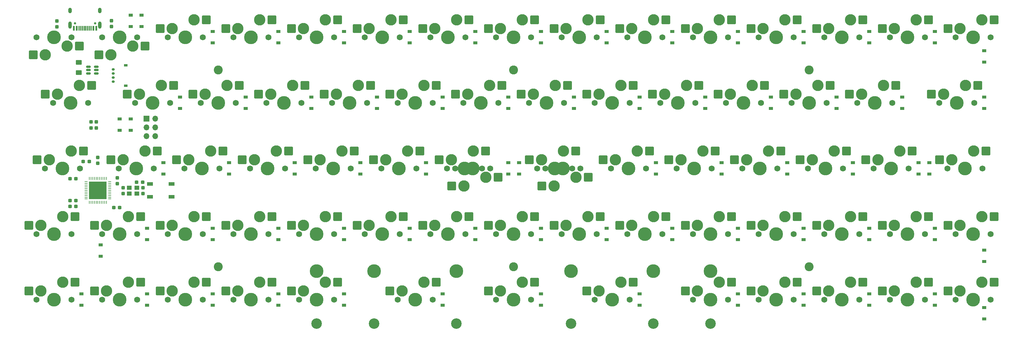
<source format=gbr>
%TF.GenerationSoftware,KiCad,Pcbnew,7.0.10*%
%TF.CreationDate,2024-02-28T07:57:37+01:00*%
%TF.ProjectId,keyboard-template-60,6b657962-6f61-4726-942d-74656d706c61,rev?*%
%TF.SameCoordinates,Original*%
%TF.FileFunction,Soldermask,Bot*%
%TF.FilePolarity,Negative*%
%FSLAX46Y46*%
G04 Gerber Fmt 4.6, Leading zero omitted, Abs format (unit mm)*
G04 Created by KiCad (PCBNEW 7.0.10) date 2024-02-28 07:57:37*
%MOMM*%
%LPD*%
G01*
G04 APERTURE LIST*
G04 Aperture macros list*
%AMRoundRect*
0 Rectangle with rounded corners*
0 $1 Rounding radius*
0 $2 $3 $4 $5 $6 $7 $8 $9 X,Y pos of 4 corners*
0 Add a 4 corners polygon primitive as box body*
4,1,4,$2,$3,$4,$5,$6,$7,$8,$9,$2,$3,0*
0 Add four circle primitives for the rounded corners*
1,1,$1+$1,$2,$3*
1,1,$1+$1,$4,$5*
1,1,$1+$1,$6,$7*
1,1,$1+$1,$8,$9*
0 Add four rect primitives between the rounded corners*
20,1,$1+$1,$2,$3,$4,$5,0*
20,1,$1+$1,$4,$5,$6,$7,0*
20,1,$1+$1,$6,$7,$8,$9,0*
20,1,$1+$1,$8,$9,$2,$3,0*%
G04 Aperture macros list end*
%ADD10C,3.048000*%
%ADD11C,3.987800*%
%ADD12C,2.600000*%
%ADD13R,1.700000X1.700000*%
%ADD14O,1.700000X1.700000*%
%ADD15C,1.750000*%
%ADD16C,3.300000*%
%ADD17RoundRect,0.250000X1.025000X1.000000X-1.025000X1.000000X-1.025000X-1.000000X1.025000X-1.000000X0*%
%ADD18R,1.200000X0.900000*%
%ADD19RoundRect,0.250000X-1.025000X-1.000000X1.025000X-1.000000X1.025000X1.000000X-1.025000X1.000000X0*%
%ADD20RoundRect,0.237500X-0.237500X0.300000X-0.237500X-0.300000X0.237500X-0.300000X0.237500X0.300000X0*%
%ADD21RoundRect,0.237500X0.300000X0.237500X-0.300000X0.237500X-0.300000X-0.237500X0.300000X-0.237500X0*%
%ADD22RoundRect,0.237500X0.237500X-0.300000X0.237500X0.300000X-0.237500X0.300000X-0.237500X-0.300000X0*%
%ADD23R,1.800000X1.100000*%
%ADD24RoundRect,0.150000X0.487500X0.150000X-0.487500X0.150000X-0.487500X-0.150000X0.487500X-0.150000X0*%
%ADD25RoundRect,0.237500X-0.300000X-0.237500X0.300000X-0.237500X0.300000X0.237500X-0.300000X0.237500X0*%
%ADD26C,0.650000*%
%ADD27R,0.600000X1.450000*%
%ADD28R,0.300000X1.450000*%
%ADD29O,1.000000X1.600000*%
%ADD30O,1.000000X2.100000*%
%ADD31R,1.400000X1.200000*%
%ADD32RoundRect,0.062500X-0.062500X0.375000X-0.062500X-0.375000X0.062500X-0.375000X0.062500X0.375000X0*%
%ADD33RoundRect,0.062500X-0.375000X0.062500X-0.375000X-0.062500X0.375000X-0.062500X0.375000X0.062500X0*%
%ADD34R,5.150000X5.150000*%
%ADD35RoundRect,0.150000X-0.275000X0.150000X-0.275000X-0.150000X0.275000X-0.150000X0.275000X0.150000X0*%
%ADD36RoundRect,0.187500X-0.362500X0.187500X-0.362500X-0.187500X0.362500X-0.187500X0.362500X0.187500X0*%
%ADD37RoundRect,0.250001X-0.624999X0.462499X-0.624999X-0.462499X0.624999X-0.462499X0.624999X0.462499X0*%
G04 APERTURE END LIST*
D10*
%TO.C,S2*%
X246856250Y-172085000D03*
D11*
X246856250Y-156845000D03*
D10*
X223043750Y-172085000D03*
D11*
X223043750Y-156845000D03*
%TD*%
D12*
%TO.C,H6*%
X292100000Y-155575000D03*
%TD*%
%TO.C,H1*%
X120650000Y-98425000D03*
%TD*%
%TO.C,H4*%
X120650000Y-155575000D03*
%TD*%
D10*
%TO.C,S3*%
X263525000Y-172085000D03*
D11*
X263525000Y-156845000D03*
D10*
X149225000Y-172085000D03*
D11*
X149225000Y-156845000D03*
%TD*%
D13*
%TO.C,J3*%
X99853750Y-112553750D03*
D14*
X102393750Y-112553750D03*
X99853750Y-115093750D03*
X102393750Y-115093750D03*
X99853750Y-117633750D03*
X102393750Y-117633750D03*
%TD*%
D10*
%TO.C,S1*%
X189706250Y-172085000D03*
D11*
X189706250Y-156845000D03*
D10*
X165893750Y-172085000D03*
D11*
X165893750Y-156845000D03*
%TD*%
D12*
%TO.C,H3*%
X292100000Y-98425000D03*
%TD*%
%TO.C,H5*%
X206375000Y-155575000D03*
%TD*%
%TO.C,H2*%
X206375000Y-98425000D03*
%TD*%
D15*
%TO.C,MX56*%
X268605000Y-146050000D03*
D11*
X263525000Y-146050000D03*
D15*
X258445000Y-146050000D03*
D16*
X259715000Y-143510000D03*
D17*
X256165000Y-143510000D03*
X269615000Y-140970000D03*
D16*
X266065000Y-140970000D03*
%TD*%
D18*
%TO.C,D47*%
X100012500Y-147700000D03*
X100012500Y-144400000D03*
%TD*%
D15*
%TO.C,MX73*%
X306705000Y-165100000D03*
D11*
X301625000Y-165100000D03*
D15*
X296545000Y-165100000D03*
D16*
X297815000Y-162560000D03*
D17*
X294265000Y-162560000D03*
X307715000Y-160020000D03*
D16*
X304165000Y-160020000D03*
%TD*%
D15*
%TO.C,MX39*%
X215582500Y-127000000D03*
D11*
X220662500Y-127000000D03*
D15*
X225742500Y-127000000D03*
D16*
X224472500Y-129540000D03*
D19*
X228022500Y-129540000D03*
X214572500Y-132080000D03*
D16*
X218122500Y-132080000D03*
%TD*%
D18*
%TO.C,D52*%
X195262500Y-147700000D03*
X195262500Y-144400000D03*
%TD*%
%TO.C,D55*%
X252412500Y-147700000D03*
X252412500Y-144400000D03*
%TD*%
D15*
%TO.C,MX19*%
X144780000Y-107950000D03*
D11*
X139700000Y-107950000D03*
D15*
X134620000Y-107950000D03*
D16*
X135890000Y-105410000D03*
D17*
X132340000Y-105410000D03*
X145790000Y-102870000D03*
D16*
X142240000Y-102870000D03*
%TD*%
D15*
%TO.C,MX45*%
X342423750Y-127000000D03*
D11*
X337343750Y-127000000D03*
D15*
X332263750Y-127000000D03*
D16*
X333533750Y-124460000D03*
D17*
X329983750Y-124460000D03*
X343433750Y-121920000D03*
D16*
X339883750Y-121920000D03*
%TD*%
D15*
%TO.C,MX5*%
X154305000Y-88900000D03*
D11*
X149225000Y-88900000D03*
D15*
X144145000Y-88900000D03*
D16*
X145415000Y-86360000D03*
D17*
X141865000Y-86360000D03*
X155315000Y-83820000D03*
D16*
X151765000Y-83820000D03*
%TD*%
D18*
%TO.C,D15*%
X342900000Y-96106250D03*
X342900000Y-92806250D03*
%TD*%
%TO.C,D39*%
X207962500Y-128650000D03*
X207962500Y-125350000D03*
%TD*%
D20*
%TO.C,R6*%
X85300000Y-113487500D03*
X85300000Y-115212500D03*
%TD*%
D15*
%TO.C,MX16*%
X82867500Y-107950000D03*
D11*
X77787500Y-107950000D03*
D15*
X72707500Y-107950000D03*
D16*
X73977500Y-105410000D03*
D17*
X70427500Y-105410000D03*
X83877500Y-102870000D03*
D16*
X80327500Y-102870000D03*
%TD*%
D18*
%TO.C,D6*%
X176212500Y-90550000D03*
X176212500Y-87250000D03*
%TD*%
D15*
%TO.C,MX51*%
X173355000Y-146050000D03*
D11*
X168275000Y-146050000D03*
D15*
X163195000Y-146050000D03*
D16*
X164465000Y-143510000D03*
D17*
X160915000Y-143510000D03*
X174365000Y-140970000D03*
D16*
X170815000Y-140970000D03*
%TD*%
D18*
%TO.C,D27*%
X280987500Y-109600000D03*
X280987500Y-106300000D03*
%TD*%
D21*
%TO.C,C7*%
X79362500Y-130000000D03*
X77637500Y-130000000D03*
%TD*%
D15*
%TO.C,MX40*%
X244792500Y-127000000D03*
D11*
X239712500Y-127000000D03*
D15*
X234632500Y-127000000D03*
D16*
X235902500Y-124460000D03*
D17*
X232352500Y-124460000D03*
X245802500Y-121920000D03*
D16*
X242252500Y-121920000D03*
%TD*%
D18*
%TO.C,D18*%
X128587500Y-109600000D03*
X128587500Y-106300000D03*
%TD*%
%TO.C,D57*%
X290512500Y-147700000D03*
X290512500Y-144400000D03*
%TD*%
D21*
%TO.C,R1*%
X98712500Y-130950000D03*
X96987500Y-130950000D03*
%TD*%
D15*
%TO.C,MX8*%
X211455000Y-88900000D03*
D11*
X206375000Y-88900000D03*
D15*
X201295000Y-88900000D03*
D16*
X202565000Y-86360000D03*
D17*
X199015000Y-86360000D03*
X212465000Y-83820000D03*
D16*
X208915000Y-83820000D03*
%TD*%
D15*
%TO.C,MX7*%
X192405000Y-88900000D03*
D11*
X187325000Y-88900000D03*
D15*
X182245000Y-88900000D03*
D16*
X183515000Y-86360000D03*
D17*
X179965000Y-86360000D03*
X193415000Y-83820000D03*
D16*
X189865000Y-83820000D03*
%TD*%
D22*
%TO.C,C2*%
X93050000Y-134312500D03*
X93050000Y-132587500D03*
%TD*%
D18*
%TO.C,D59*%
X328612500Y-147700000D03*
X328612500Y-144400000D03*
%TD*%
D15*
%TO.C,MX26*%
X259080000Y-107950000D03*
D11*
X254000000Y-107950000D03*
D15*
X248920000Y-107950000D03*
D16*
X250190000Y-105410000D03*
D17*
X246640000Y-105410000D03*
X260090000Y-102870000D03*
D16*
X256540000Y-102870000D03*
%TD*%
D15*
%TO.C,MX68*%
X211455000Y-165100000D03*
D11*
X206375000Y-165100000D03*
D15*
X201295000Y-165100000D03*
D16*
X202565000Y-162560000D03*
D17*
X199015000Y-162560000D03*
X212465000Y-160020000D03*
D16*
X208915000Y-160020000D03*
%TD*%
D15*
%TO.C,MX41*%
X263842500Y-127000000D03*
D11*
X258762500Y-127000000D03*
D15*
X253682500Y-127000000D03*
D16*
X254952500Y-124460000D03*
D17*
X251402500Y-124460000D03*
X264852500Y-121920000D03*
D16*
X261302500Y-121920000D03*
%TD*%
D15*
%TO.C,MX48*%
X116205000Y-146050000D03*
D11*
X111125000Y-146050000D03*
D15*
X106045000Y-146050000D03*
D16*
X107315000Y-143510000D03*
D17*
X103765000Y-143510000D03*
X117215000Y-140970000D03*
D16*
X113665000Y-140970000D03*
%TD*%
D20*
%TO.C,C6*%
X91350000Y-129687500D03*
X91350000Y-131412500D03*
%TD*%
D18*
%TO.C,D35*%
X161925000Y-128650000D03*
X161925000Y-125350000D03*
%TD*%
%TO.C,D37*%
X204787500Y-128650000D03*
X204787500Y-125350000D03*
%TD*%
D15*
%TO.C,MX65*%
X154305000Y-165100000D03*
D11*
X149225000Y-165100000D03*
D15*
X144145000Y-165100000D03*
D16*
X145415000Y-162560000D03*
D17*
X141865000Y-162560000D03*
X155315000Y-160020000D03*
D16*
X151765000Y-160020000D03*
%TD*%
D15*
%TO.C,MX22*%
X201930000Y-107950000D03*
D11*
X196850000Y-107950000D03*
D15*
X191770000Y-107950000D03*
D16*
X193040000Y-105410000D03*
D17*
X189490000Y-105410000D03*
X202940000Y-102870000D03*
D16*
X199390000Y-102870000D03*
%TD*%
D18*
%TO.C,D25*%
X242887500Y-109600000D03*
X242887500Y-106300000D03*
%TD*%
%TO.C,D30*%
X342900000Y-109600000D03*
X342900000Y-106300000D03*
%TD*%
%TO.C,D29*%
X319087500Y-109600000D03*
X319087500Y-106300000D03*
%TD*%
D15*
%TO.C,MX69*%
X240030000Y-165100000D03*
D11*
X234950000Y-165100000D03*
D15*
X229870000Y-165100000D03*
D16*
X231140000Y-162560000D03*
D17*
X227590000Y-162560000D03*
X241040000Y-160020000D03*
D16*
X237490000Y-160020000D03*
%TD*%
D15*
%TO.C,MX35*%
X159067500Y-127000000D03*
D11*
X153987500Y-127000000D03*
D15*
X148907500Y-127000000D03*
D16*
X150177500Y-124460000D03*
D17*
X146627500Y-124460000D03*
X160077500Y-121920000D03*
D16*
X156527500Y-121920000D03*
%TD*%
D15*
%TO.C,MX32*%
X101917500Y-127000000D03*
D11*
X96837500Y-127000000D03*
D15*
X91757500Y-127000000D03*
D16*
X93027500Y-124460000D03*
D17*
X89477500Y-124460000D03*
X102927500Y-121920000D03*
D16*
X99377500Y-121920000D03*
%TD*%
D15*
%TO.C,MX2*%
X86995000Y-88900000D03*
D11*
X92075000Y-88900000D03*
D15*
X97155000Y-88900000D03*
D16*
X95885000Y-91440000D03*
D19*
X99435000Y-91440000D03*
X85985000Y-93980000D03*
D16*
X89535000Y-93980000D03*
%TD*%
D15*
%TO.C,MX14*%
X325755000Y-88900000D03*
D11*
X320675000Y-88900000D03*
D15*
X315595000Y-88900000D03*
D16*
X316865000Y-86360000D03*
D17*
X313315000Y-86360000D03*
X326765000Y-83820000D03*
D16*
X323215000Y-83820000D03*
%TD*%
D15*
%TO.C,MX67*%
X182880000Y-165100000D03*
D11*
X177800000Y-165100000D03*
D15*
X172720000Y-165100000D03*
D16*
X173990000Y-162560000D03*
D17*
X170440000Y-162560000D03*
X183890000Y-160020000D03*
D16*
X180340000Y-160020000D03*
%TD*%
D18*
%TO.C,D62*%
X100012500Y-166750000D03*
X100012500Y-163450000D03*
%TD*%
%TO.C,D75*%
X342900000Y-170718750D03*
X342900000Y-167418750D03*
%TD*%
D15*
%TO.C,MX54*%
X230505000Y-146050000D03*
D11*
X225425000Y-146050000D03*
D15*
X220345000Y-146050000D03*
D16*
X221615000Y-143510000D03*
D17*
X218065000Y-143510000D03*
X231515000Y-140970000D03*
D16*
X227965000Y-140970000D03*
%TD*%
D23*
%TO.C,SW1*%
X100881250Y-135200000D03*
X107081250Y-135200000D03*
X100881250Y-131500000D03*
X107081250Y-131500000D03*
%TD*%
D15*
%TO.C,MX10*%
X249555000Y-88900000D03*
D11*
X244475000Y-88900000D03*
D15*
X239395000Y-88900000D03*
D16*
X240665000Y-86360000D03*
D17*
X237115000Y-86360000D03*
X250565000Y-83820000D03*
D16*
X247015000Y-83820000D03*
%TD*%
D15*
%TO.C,MX20*%
X163830000Y-107950000D03*
D11*
X158750000Y-107950000D03*
D15*
X153670000Y-107950000D03*
D16*
X154940000Y-105410000D03*
D17*
X151390000Y-105410000D03*
X164840000Y-102870000D03*
D16*
X161290000Y-102870000D03*
%TD*%
D21*
%TO.C,C8*%
X83212500Y-124950000D03*
X81487500Y-124950000D03*
%TD*%
D15*
%TO.C,MX42*%
X282892500Y-127000000D03*
D11*
X277812500Y-127000000D03*
D15*
X272732500Y-127000000D03*
D16*
X274002500Y-124460000D03*
D17*
X270452500Y-124460000D03*
X283902500Y-121920000D03*
D16*
X280352500Y-121920000D03*
%TD*%
D18*
%TO.C,D13*%
X309562500Y-90550000D03*
X309562500Y-87250000D03*
%TD*%
D15*
%TO.C,MX24*%
X220980000Y-107950000D03*
D11*
X215900000Y-107950000D03*
D15*
X210820000Y-107950000D03*
D16*
X212090000Y-105410000D03*
D17*
X208540000Y-105410000D03*
X221990000Y-102870000D03*
D16*
X218440000Y-102870000D03*
%TD*%
D18*
%TO.C,D73*%
X309562500Y-166750000D03*
X309562500Y-163450000D03*
%TD*%
%TO.C,D58*%
X309562500Y-147700000D03*
X309562500Y-144400000D03*
%TD*%
%TO.C,D46*%
X86518750Y-152462500D03*
X86518750Y-149162500D03*
%TD*%
%TO.C,D42*%
X285750000Y-128650000D03*
X285750000Y-125350000D03*
%TD*%
D24*
%TO.C,U2*%
X85275000Y-97475000D03*
X85275000Y-98425000D03*
X85275000Y-99375000D03*
X83000000Y-99375000D03*
X83000000Y-98425000D03*
X83000000Y-97475000D03*
%TD*%
D18*
%TO.C,D10*%
X252412500Y-90550000D03*
X252412500Y-87250000D03*
%TD*%
%TO.C,D40*%
X247650000Y-128650000D03*
X247650000Y-125350000D03*
%TD*%
D15*
%TO.C,MX12*%
X287655000Y-88900000D03*
D11*
X282575000Y-88900000D03*
D15*
X277495000Y-88900000D03*
D16*
X278765000Y-86360000D03*
D17*
X275215000Y-86360000D03*
X288665000Y-83820000D03*
D16*
X285115000Y-83820000D03*
%TD*%
D25*
%TO.C,C4*%
X90337500Y-138350000D03*
X92062500Y-138350000D03*
%TD*%
D18*
%TO.C,D68*%
X214312500Y-166750000D03*
X214312500Y-163450000D03*
%TD*%
D25*
%TO.C,R2*%
X77637500Y-138000000D03*
X79362500Y-138000000D03*
%TD*%
D18*
%TO.C,D63*%
X119062500Y-166750000D03*
X119062500Y-163450000D03*
%TD*%
%TO.C,D17*%
X109537500Y-109600000D03*
X109537500Y-106300000D03*
%TD*%
D26*
%TO.C,J1*%
X79110000Y-84800000D03*
X84890000Y-84800000D03*
D27*
X78750000Y-86245000D03*
X79550000Y-86245000D03*
D28*
X80750000Y-86245000D03*
X81750000Y-86245000D03*
X82250000Y-86245000D03*
X83250000Y-86245000D03*
D27*
X84450000Y-86245000D03*
X85250000Y-86245000D03*
X85250000Y-86245000D03*
X84450000Y-86245000D03*
D28*
X83750000Y-86245000D03*
X82750000Y-86245000D03*
X81250000Y-86245000D03*
X80250000Y-86245000D03*
D27*
X79550000Y-86245000D03*
X78750000Y-86245000D03*
D29*
X77680000Y-81150000D03*
D30*
X77680000Y-85330000D03*
D29*
X86320000Y-81150000D03*
D30*
X86320000Y-85330000D03*
%TD*%
D15*
%TO.C,MX46*%
X78105000Y-146050000D03*
D11*
X73025000Y-146050000D03*
D15*
X67945000Y-146050000D03*
D16*
X69215000Y-143510000D03*
D17*
X65665000Y-143510000D03*
X79115000Y-140970000D03*
D16*
X75565000Y-140970000D03*
%TD*%
D15*
%TO.C,MX15*%
X344805000Y-88900000D03*
D11*
X339725000Y-88900000D03*
D15*
X334645000Y-88900000D03*
D16*
X335915000Y-86360000D03*
D17*
X332365000Y-86360000D03*
X345815000Y-83820000D03*
D16*
X342265000Y-83820000D03*
%TD*%
D15*
%TO.C,MX50*%
X154305000Y-146050000D03*
D11*
X149225000Y-146050000D03*
D15*
X144145000Y-146050000D03*
D16*
X145415000Y-143510000D03*
D17*
X141865000Y-143510000D03*
X155315000Y-140970000D03*
D16*
X151765000Y-140970000D03*
%TD*%
D18*
%TO.C,D4*%
X138112500Y-90550000D03*
X138112500Y-87250000D03*
%TD*%
%TO.C,D61*%
X80962500Y-166750000D03*
X80962500Y-163450000D03*
%TD*%
%TO.C,D67*%
X185737500Y-166750000D03*
X185737500Y-163450000D03*
%TD*%
%TO.C,D72*%
X290512500Y-166750000D03*
X290512500Y-163450000D03*
%TD*%
%TO.C,D44*%
X323850000Y-128650000D03*
X323850000Y-125350000D03*
%TD*%
D31*
%TO.C,Y1*%
X97050000Y-134300000D03*
X94850000Y-134300000D03*
X94850000Y-132600000D03*
X97050000Y-132600000D03*
%TD*%
D18*
%TO.C,D53*%
X214312500Y-147700000D03*
X214312500Y-144400000D03*
%TD*%
%TO.C,D50*%
X157162500Y-147700000D03*
X157162500Y-144400000D03*
%TD*%
%TO.C,D36*%
X180975000Y-128650000D03*
X180975000Y-125350000D03*
%TD*%
%TO.C,D3*%
X119062500Y-90550000D03*
X119062500Y-87250000D03*
%TD*%
%TO.C,D24*%
X223837500Y-109600000D03*
X223837500Y-106300000D03*
%TD*%
%TO.C,D69*%
X242887500Y-166750000D03*
X242887500Y-163450000D03*
%TD*%
D15*
%TO.C,MX1*%
X67945000Y-88900000D03*
D11*
X73025000Y-88900000D03*
D15*
X78105000Y-88900000D03*
D16*
X76835000Y-91440000D03*
D19*
X80385000Y-91440000D03*
X66935000Y-93980000D03*
D16*
X70485000Y-93980000D03*
%TD*%
D15*
%TO.C,MX71*%
X268605000Y-165100000D03*
D11*
X263525000Y-165100000D03*
D15*
X258445000Y-165100000D03*
D16*
X259715000Y-162560000D03*
D17*
X256165000Y-162560000D03*
X269615000Y-160020000D03*
D16*
X266065000Y-160020000D03*
%TD*%
D15*
%TO.C,MX29*%
X316230000Y-107950000D03*
D11*
X311150000Y-107950000D03*
D15*
X306070000Y-107950000D03*
D16*
X307340000Y-105410000D03*
D17*
X303790000Y-105410000D03*
X317240000Y-102870000D03*
D16*
X313690000Y-102870000D03*
%TD*%
D18*
%TO.C,D49*%
X138112500Y-147700000D03*
X138112500Y-144400000D03*
%TD*%
%TO.C,D5*%
X157162500Y-90550000D03*
X157162500Y-87250000D03*
%TD*%
D15*
%TO.C,MX57*%
X287655000Y-146050000D03*
D11*
X282575000Y-146050000D03*
D15*
X277495000Y-146050000D03*
D16*
X278765000Y-143510000D03*
D17*
X275215000Y-143510000D03*
X288665000Y-140970000D03*
D16*
X285115000Y-140970000D03*
%TD*%
D18*
%TO.C,D14*%
X328612500Y-90550000D03*
X328612500Y-87250000D03*
%TD*%
%TO.C,D21*%
X185737500Y-109600000D03*
X185737500Y-106300000D03*
%TD*%
D15*
%TO.C,MX18*%
X125730000Y-107950000D03*
D11*
X120650000Y-107950000D03*
D15*
X115570000Y-107950000D03*
D16*
X116840000Y-105410000D03*
D17*
X113290000Y-105410000D03*
X126740000Y-102870000D03*
D16*
X123190000Y-102870000D03*
%TD*%
D18*
%TO.C,D43*%
X304800000Y-128650000D03*
X304800000Y-125350000D03*
%TD*%
D15*
%TO.C,MX31*%
X80486250Y-127000000D03*
D11*
X75406250Y-127000000D03*
D15*
X70326250Y-127000000D03*
D16*
X71596250Y-124460000D03*
D17*
X68046250Y-124460000D03*
X81496250Y-121920000D03*
D16*
X77946250Y-121920000D03*
%TD*%
D18*
%TO.C,D56*%
X271462500Y-147700000D03*
X271462500Y-144400000D03*
%TD*%
%TO.C,D8*%
X214312500Y-90550000D03*
X214312500Y-87250000D03*
%TD*%
%TO.C,D26*%
X261937500Y-109600000D03*
X261937500Y-106300000D03*
%TD*%
D15*
%TO.C,MX44*%
X320992500Y-127000000D03*
D11*
X315912500Y-127000000D03*
D15*
X310832500Y-127000000D03*
D16*
X312102500Y-124460000D03*
D17*
X308552500Y-124460000D03*
X322002500Y-121920000D03*
D16*
X318452500Y-121920000D03*
%TD*%
D18*
%TO.C,D60*%
X342900000Y-154050000D03*
X342900000Y-150750000D03*
%TD*%
D15*
%TO.C,MX21*%
X182880000Y-107950000D03*
D11*
X177800000Y-107950000D03*
D15*
X172720000Y-107950000D03*
D16*
X173990000Y-105410000D03*
D17*
X170440000Y-105410000D03*
X183890000Y-102870000D03*
D16*
X180340000Y-102870000D03*
%TD*%
D18*
%TO.C,D34*%
X142875000Y-128650000D03*
X142875000Y-125350000D03*
%TD*%
%TO.C,D51*%
X176212500Y-147700000D03*
X176212500Y-144400000D03*
%TD*%
%TO.C,D48*%
X119062500Y-147700000D03*
X119062500Y-144400000D03*
%TD*%
D15*
%TO.C,MX59*%
X325755000Y-146050000D03*
D11*
X320675000Y-146050000D03*
D15*
X315595000Y-146050000D03*
D16*
X316865000Y-143510000D03*
D17*
X313315000Y-143510000D03*
X326765000Y-140970000D03*
D16*
X323215000Y-140970000D03*
%TD*%
D18*
%TO.C,D54*%
X233362500Y-147700000D03*
X233362500Y-144400000D03*
%TD*%
%TO.C,D2*%
X98425000Y-85787500D03*
X98425000Y-82487500D03*
%TD*%
%TO.C,D74*%
X328612500Y-166750000D03*
X328612500Y-163450000D03*
%TD*%
D20*
%TO.C,C1*%
X98850000Y-132587500D03*
X98850000Y-134312500D03*
%TD*%
D15*
%TO.C,MX43*%
X301942500Y-127000000D03*
D11*
X296862500Y-127000000D03*
D15*
X291782500Y-127000000D03*
D16*
X293052500Y-124460000D03*
D17*
X289502500Y-124460000D03*
X302952500Y-121920000D03*
D16*
X299402500Y-121920000D03*
%TD*%
D15*
%TO.C,MX75*%
X344805000Y-165100000D03*
D11*
X339725000Y-165100000D03*
D15*
X334645000Y-165100000D03*
D16*
X335915000Y-162560000D03*
D17*
X332365000Y-162560000D03*
X345815000Y-160020000D03*
D16*
X342265000Y-160020000D03*
%TD*%
D21*
%TO.C,C5*%
X79362500Y-136350000D03*
X77637500Y-136350000D03*
%TD*%
D18*
%TO.C,D32*%
X104775000Y-128650000D03*
X104775000Y-125350000D03*
%TD*%
D22*
%TO.C,R4*%
X89693750Y-85762500D03*
X89693750Y-84037500D03*
%TD*%
D32*
%TO.C,U1*%
X83225000Y-129912500D03*
X83725000Y-129912500D03*
X84225000Y-129912500D03*
X84725000Y-129912500D03*
X85225000Y-129912500D03*
X85725000Y-129912500D03*
X86225000Y-129912500D03*
X86725000Y-129912500D03*
X87225000Y-129912500D03*
X87725000Y-129912500D03*
X88225000Y-129912500D03*
D33*
X89162500Y-130850000D03*
X89162500Y-131350000D03*
X89162500Y-131850000D03*
X89162500Y-132350000D03*
X89162500Y-132850000D03*
X89162500Y-133350000D03*
X89162500Y-133850000D03*
X89162500Y-134350000D03*
X89162500Y-134850000D03*
X89162500Y-135350000D03*
X89162500Y-135850000D03*
D32*
X88225000Y-136787500D03*
X87725000Y-136787500D03*
X87225000Y-136787500D03*
X86725000Y-136787500D03*
X86225000Y-136787500D03*
X85725000Y-136787500D03*
X85225000Y-136787500D03*
X84725000Y-136787500D03*
X84225000Y-136787500D03*
X83725000Y-136787500D03*
X83225000Y-136787500D03*
D33*
X82287500Y-135850000D03*
X82287500Y-135350000D03*
X82287500Y-134850000D03*
X82287500Y-134350000D03*
X82287500Y-133850000D03*
X82287500Y-133350000D03*
X82287500Y-132850000D03*
X82287500Y-132350000D03*
X82287500Y-131850000D03*
X82287500Y-131350000D03*
X82287500Y-130850000D03*
D34*
X85725000Y-133350000D03*
%TD*%
D18*
%TO.C,D12*%
X290512500Y-90550000D03*
X290512500Y-87250000D03*
%TD*%
D20*
%TO.C,R5*%
X83700000Y-113487500D03*
X83700000Y-115212500D03*
%TD*%
D18*
%TO.C,D65*%
X157162500Y-166750000D03*
X157162500Y-163450000D03*
%TD*%
%TO.C,D7*%
X195262500Y-90550000D03*
X195262500Y-87250000D03*
%TD*%
%TO.C,D19*%
X147637500Y-109600000D03*
X147637500Y-106300000D03*
%TD*%
D15*
%TO.C,MX36*%
X178117500Y-127000000D03*
D11*
X173037500Y-127000000D03*
D15*
X167957500Y-127000000D03*
D16*
X169227500Y-124460000D03*
D17*
X165677500Y-124460000D03*
X179127500Y-121920000D03*
D16*
X175577500Y-121920000D03*
%TD*%
D18*
%TO.C,D31*%
X92075000Y-115950000D03*
X92075000Y-112650000D03*
%TD*%
D15*
%TO.C,MX11*%
X268605000Y-88900000D03*
D11*
X263525000Y-88900000D03*
D15*
X258445000Y-88900000D03*
D16*
X259715000Y-86360000D03*
D17*
X256165000Y-86360000D03*
X269615000Y-83820000D03*
D16*
X266065000Y-83820000D03*
%TD*%
D18*
%TO.C,D20*%
X166687500Y-109600000D03*
X166687500Y-106300000D03*
%TD*%
D15*
%TO.C,MX61*%
X78105000Y-165100000D03*
D11*
X73025000Y-165100000D03*
D15*
X67945000Y-165100000D03*
D16*
X69215000Y-162560000D03*
D17*
X65665000Y-162560000D03*
X79115000Y-160020000D03*
D16*
X75565000Y-160020000D03*
%TD*%
D15*
%TO.C,MX27*%
X278130000Y-107950000D03*
D11*
X273050000Y-107950000D03*
D15*
X267970000Y-107950000D03*
D16*
X269240000Y-105410000D03*
D17*
X265690000Y-105410000D03*
X279140000Y-102870000D03*
D16*
X275590000Y-102870000D03*
%TD*%
D35*
%TO.C,J2*%
X90200000Y-98212500D03*
X90200000Y-99412500D03*
X90200000Y-100612500D03*
X90200000Y-101812500D03*
D36*
X93825000Y-97037500D03*
X93825000Y-102987500D03*
%TD*%
D18*
%TO.C,D1*%
X95250000Y-85787500D03*
X95250000Y-82487500D03*
%TD*%
%TO.C,D41*%
X266700000Y-128650000D03*
X266700000Y-125350000D03*
%TD*%
D15*
%TO.C,MX47*%
X97155000Y-146050000D03*
D11*
X92075000Y-146050000D03*
D15*
X86995000Y-146050000D03*
D16*
X88265000Y-143510000D03*
D17*
X84715000Y-143510000D03*
X98165000Y-140970000D03*
D16*
X94615000Y-140970000D03*
%TD*%
D15*
%TO.C,MX3*%
X116205000Y-88900000D03*
D11*
X111125000Y-88900000D03*
D15*
X106045000Y-88900000D03*
D16*
X107315000Y-86360000D03*
D17*
X103765000Y-86360000D03*
X117215000Y-83820000D03*
D16*
X113665000Y-83820000D03*
%TD*%
D15*
%TO.C,MX33*%
X120967500Y-127000000D03*
D11*
X115887500Y-127000000D03*
D15*
X110807500Y-127000000D03*
D16*
X112077500Y-124460000D03*
D17*
X108527500Y-124460000D03*
X121977500Y-121920000D03*
D16*
X118427500Y-121920000D03*
%TD*%
D18*
%TO.C,D33*%
X123825000Y-128650000D03*
X123825000Y-125350000D03*
%TD*%
%TO.C,D71*%
X271462500Y-166750000D03*
X271462500Y-163450000D03*
%TD*%
D15*
%TO.C,MX49*%
X135255000Y-146050000D03*
D11*
X130175000Y-146050000D03*
D15*
X125095000Y-146050000D03*
D16*
X126365000Y-143510000D03*
D17*
X122815000Y-143510000D03*
X136265000Y-140970000D03*
D16*
X132715000Y-140970000D03*
%TD*%
D18*
%TO.C,D16*%
X95250000Y-115950000D03*
X95250000Y-112650000D03*
%TD*%
D15*
%TO.C,MX39_2*%
X223361250Y-127000000D03*
D11*
X218281250Y-127000000D03*
D15*
X213201250Y-127000000D03*
D16*
X214471250Y-124460000D03*
D17*
X210921250Y-124460000D03*
X224371250Y-121920000D03*
D16*
X220821250Y-121920000D03*
%TD*%
D15*
%TO.C,MX64*%
X135255000Y-165100000D03*
D11*
X130175000Y-165100000D03*
D15*
X125095000Y-165100000D03*
D16*
X126365000Y-162560000D03*
D17*
X122815000Y-162560000D03*
X136265000Y-160020000D03*
D16*
X132715000Y-160020000D03*
%TD*%
D18*
%TO.C,D22*%
X204787500Y-109600000D03*
X204787500Y-106300000D03*
%TD*%
D37*
%TO.C,F1*%
X80168750Y-96143750D03*
X80168750Y-99118750D03*
%TD*%
D15*
%TO.C,MX60*%
X344805000Y-146050000D03*
D11*
X339725000Y-146050000D03*
D15*
X334645000Y-146050000D03*
D16*
X335915000Y-143510000D03*
D17*
X332365000Y-143510000D03*
X345815000Y-140970000D03*
D16*
X342265000Y-140970000D03*
%TD*%
D15*
%TO.C,MX13*%
X306705000Y-88900000D03*
D11*
X301625000Y-88900000D03*
D15*
X296545000Y-88900000D03*
D16*
X297815000Y-86360000D03*
D17*
X294265000Y-86360000D03*
X307715000Y-83820000D03*
D16*
X304165000Y-83820000D03*
%TD*%
D15*
%TO.C,MX9*%
X230505000Y-88900000D03*
D11*
X225425000Y-88900000D03*
D15*
X220345000Y-88900000D03*
D16*
X221615000Y-86360000D03*
D17*
X218065000Y-86360000D03*
X231515000Y-83820000D03*
D16*
X227965000Y-83820000D03*
%TD*%
D15*
%TO.C,MX34*%
X140017500Y-127000000D03*
D11*
X134937500Y-127000000D03*
D15*
X129857500Y-127000000D03*
D16*
X131127500Y-124460000D03*
D17*
X127577500Y-124460000D03*
X141027500Y-121920000D03*
D16*
X137477500Y-121920000D03*
%TD*%
D15*
%TO.C,MX63*%
X116205000Y-165100000D03*
D11*
X111125000Y-165100000D03*
D15*
X106045000Y-165100000D03*
D16*
X107315000Y-162560000D03*
D17*
X103765000Y-162560000D03*
X117215000Y-160020000D03*
D16*
X113665000Y-160020000D03*
%TD*%
D15*
%TO.C,MX53*%
X211455000Y-146050000D03*
D11*
X206375000Y-146050000D03*
D15*
X201295000Y-146050000D03*
D16*
X202565000Y-143510000D03*
D17*
X199015000Y-143510000D03*
X212465000Y-140970000D03*
D16*
X208915000Y-140970000D03*
%TD*%
D18*
%TO.C,D11*%
X271462500Y-90550000D03*
X271462500Y-87250000D03*
%TD*%
D15*
%TO.C,MX37_2*%
X189388750Y-127000000D03*
D11*
X194468750Y-127000000D03*
D15*
X199548750Y-127000000D03*
D16*
X198278750Y-129540000D03*
D19*
X201828750Y-129540000D03*
X188378750Y-132080000D03*
D16*
X191928750Y-132080000D03*
%TD*%
D20*
%TO.C,C3*%
X85725000Y-123756250D03*
X85725000Y-125481250D03*
%TD*%
D15*
%TO.C,MX74*%
X325755000Y-165100000D03*
D11*
X320675000Y-165100000D03*
D15*
X315595000Y-165100000D03*
D16*
X316865000Y-162560000D03*
D17*
X313315000Y-162560000D03*
X326765000Y-160020000D03*
D16*
X323215000Y-160020000D03*
%TD*%
D15*
%TO.C,MX4*%
X135255000Y-88900000D03*
D11*
X130175000Y-88900000D03*
D15*
X125095000Y-88900000D03*
D16*
X126365000Y-86360000D03*
D17*
X122815000Y-86360000D03*
X136265000Y-83820000D03*
D16*
X132715000Y-83820000D03*
%TD*%
D18*
%TO.C,D28*%
X300037500Y-109600000D03*
X300037500Y-106300000D03*
%TD*%
D15*
%TO.C,MX52*%
X192405000Y-146050000D03*
D11*
X187325000Y-146050000D03*
D15*
X182245000Y-146050000D03*
D16*
X183515000Y-143510000D03*
D17*
X179965000Y-143510000D03*
X193415000Y-140970000D03*
D16*
X189865000Y-140970000D03*
%TD*%
D15*
%TO.C,MX55*%
X249555000Y-146050000D03*
D11*
X244475000Y-146050000D03*
D15*
X239395000Y-146050000D03*
D16*
X240665000Y-143510000D03*
D17*
X237115000Y-143510000D03*
X250565000Y-140970000D03*
D16*
X247015000Y-140970000D03*
%TD*%
D15*
%TO.C,MX25*%
X240030000Y-107950000D03*
D11*
X234950000Y-107950000D03*
D15*
X229870000Y-107950000D03*
D16*
X231140000Y-105410000D03*
D17*
X227590000Y-105410000D03*
X241040000Y-102870000D03*
D16*
X237490000Y-102870000D03*
%TD*%
D15*
%TO.C,MX72*%
X287655000Y-165100000D03*
D11*
X282575000Y-165100000D03*
D15*
X277495000Y-165100000D03*
D16*
X278765000Y-162560000D03*
D17*
X275215000Y-162560000D03*
X288665000Y-160020000D03*
D16*
X285115000Y-160020000D03*
%TD*%
D15*
%TO.C,MX30*%
X340042500Y-107950000D03*
D11*
X334962500Y-107950000D03*
D15*
X329882500Y-107950000D03*
D16*
X331152500Y-105410000D03*
D17*
X327602500Y-105410000D03*
X341052500Y-102870000D03*
D16*
X337502500Y-102870000D03*
%TD*%
D18*
%TO.C,D64*%
X138112500Y-166750000D03*
X138112500Y-163450000D03*
%TD*%
D15*
%TO.C,MX58*%
X306705000Y-146050000D03*
D11*
X301625000Y-146050000D03*
D15*
X296545000Y-146050000D03*
D16*
X297815000Y-143510000D03*
D17*
X294265000Y-143510000D03*
X307715000Y-140970000D03*
D16*
X304165000Y-140970000D03*
%TD*%
D15*
%TO.C,MX17*%
X106680000Y-107950000D03*
D11*
X101600000Y-107950000D03*
D15*
X96520000Y-107950000D03*
D16*
X97790000Y-105410000D03*
D17*
X94240000Y-105410000D03*
X107690000Y-102870000D03*
D16*
X104140000Y-102870000D03*
%TD*%
D18*
%TO.C,D45*%
X327025000Y-128650000D03*
X327025000Y-125350000D03*
%TD*%
D22*
%TO.C,R3*%
X73818750Y-85862500D03*
X73818750Y-84137500D03*
%TD*%
D15*
%TO.C,MX28*%
X297180000Y-107950000D03*
D11*
X292100000Y-107950000D03*
D15*
X287020000Y-107950000D03*
D16*
X288290000Y-105410000D03*
D17*
X284740000Y-105410000D03*
X298190000Y-102870000D03*
D16*
X294640000Y-102870000D03*
%TD*%
D15*
%TO.C,MX37*%
X197167500Y-127000000D03*
D11*
X192087500Y-127000000D03*
D15*
X187007500Y-127000000D03*
D16*
X188277500Y-124460000D03*
D17*
X184727500Y-124460000D03*
X198177500Y-121920000D03*
D16*
X194627500Y-121920000D03*
%TD*%
D15*
%TO.C,MX62*%
X97155000Y-165100000D03*
D11*
X92075000Y-165100000D03*
D15*
X86995000Y-165100000D03*
D16*
X88265000Y-162560000D03*
D17*
X84715000Y-162560000D03*
X98165000Y-160020000D03*
D16*
X94615000Y-160020000D03*
%TD*%
D15*
%TO.C,MX6*%
X173355000Y-88900000D03*
D11*
X168275000Y-88900000D03*
D15*
X163195000Y-88900000D03*
D16*
X164465000Y-86360000D03*
D17*
X160915000Y-86360000D03*
X174365000Y-83820000D03*
D16*
X170815000Y-83820000D03*
%TD*%
D18*
%TO.C,D9*%
X233362500Y-90550000D03*
X233362500Y-87250000D03*
%TD*%
M02*

</source>
